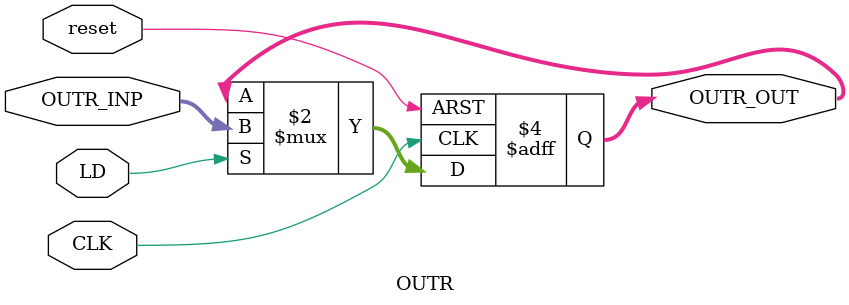
<source format=v>
module OUTR #(parameter size = 8) (OUTR_OUT , OUTR_INP ,LD ,CLK ,reset) ;
 output reg [size-1 :0] OUTR_OUT;
 input [size-1 :0] OUTR_INP;
 input LD , CLK ,reset;

 always @(negedge CLK,posedge reset) begin 
   if (reset)begin
   OUTR_OUT <= 0;	
   end else
   if(LD) begin 
      OUTR_OUT <= OUTR_INP;
   end
 end

endmodule

</source>
